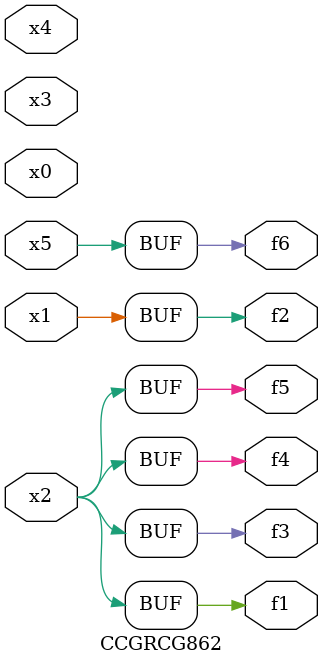
<source format=v>
module CCGRCG862(
	input x0, x1, x2, x3, x4, x5,
	output f1, f2, f3, f4, f5, f6
);
	assign f1 = x2;
	assign f2 = x1;
	assign f3 = x2;
	assign f4 = x2;
	assign f5 = x2;
	assign f6 = x5;
endmodule

</source>
